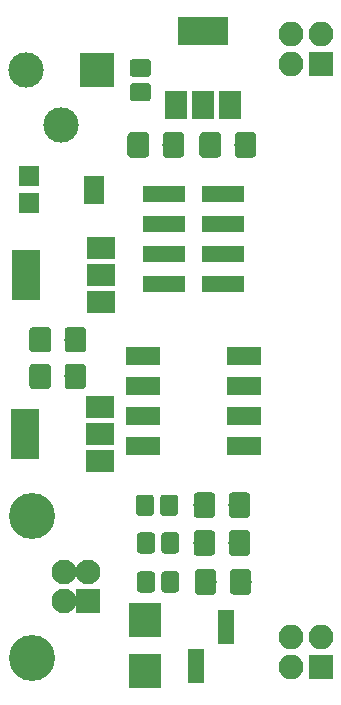
<source format=gts>
G04 #@! TF.GenerationSoftware,KiCad,Pcbnew,(5.1.4)-1*
G04 #@! TF.CreationDate,2021-06-12T17:19:05+05:30*
G04 #@! TF.ProjectId,Breadboard_Power_Supply,42726561-6462-46f6-9172-645f506f7765,1*
G04 #@! TF.SameCoordinates,Original*
G04 #@! TF.FileFunction,Soldermask,Top*
G04 #@! TF.FilePolarity,Negative*
%FSLAX46Y46*%
G04 Gerber Fmt 4.6, Leading zero omitted, Abs format (unit mm)*
G04 Created by KiCad (PCBNEW (5.1.4)-1) date 2021-06-12 17:19:05*
%MOMM*%
%LPD*%
G04 APERTURE LIST*
%ADD10R,2.700000X2.900000*%
%ADD11R,1.700000X1.700000*%
%ADD12R,1.700000X2.400000*%
%ADD13R,1.900000X2.400000*%
%ADD14R,4.200000X2.400000*%
%ADD15R,2.840000X1.520000*%
%ADD16C,0.100000*%
%ADD17C,1.550000*%
%ADD18R,3.550000X1.400000*%
%ADD19C,1.825000*%
%ADD20O,2.100000X2.100000*%
%ADD21R,2.100000X2.100000*%
%ADD22R,1.400000X2.910000*%
%ADD23C,2.100000*%
%ADD24C,3.900000*%
%ADD25C,3.000000*%
%ADD26R,3.000000X3.000000*%
%ADD27R,2.400000X1.900000*%
%ADD28R,2.400000X4.200000*%
G04 APERTURE END LIST*
D10*
X144550000Y-112350000D03*
X144550000Y-116650000D03*
D11*
X134750000Y-77050000D03*
D12*
X140250000Y-75900000D03*
D11*
X134750000Y-74750000D03*
D13*
X147200000Y-68750000D03*
X151800000Y-68750000D03*
X149500000Y-68750000D03*
D14*
X149500000Y-62450000D03*
D15*
X153005000Y-89990000D03*
X144395000Y-97610000D03*
X153005000Y-92530000D03*
X144395000Y-95070000D03*
X153005000Y-95070000D03*
X144395000Y-92530000D03*
X153005000Y-97610000D03*
X144395000Y-89990000D03*
D16*
G36*
X147196071Y-108201623D02*
G01*
X147228781Y-108206475D01*
X147260857Y-108214509D01*
X147291991Y-108225649D01*
X147321884Y-108239787D01*
X147350247Y-108256787D01*
X147376807Y-108276485D01*
X147401308Y-108298692D01*
X147423515Y-108323193D01*
X147443213Y-108349753D01*
X147460213Y-108378116D01*
X147474351Y-108408009D01*
X147485491Y-108439143D01*
X147493525Y-108471219D01*
X147498377Y-108503929D01*
X147500000Y-108536956D01*
X147500000Y-109663044D01*
X147498377Y-109696071D01*
X147493525Y-109728781D01*
X147485491Y-109760857D01*
X147474351Y-109791991D01*
X147460213Y-109821884D01*
X147443213Y-109850247D01*
X147423515Y-109876807D01*
X147401308Y-109901308D01*
X147376807Y-109923515D01*
X147350247Y-109943213D01*
X147321884Y-109960213D01*
X147291991Y-109974351D01*
X147260857Y-109985491D01*
X147228781Y-109993525D01*
X147196071Y-109998377D01*
X147163044Y-110000000D01*
X146286956Y-110000000D01*
X146253929Y-109998377D01*
X146221219Y-109993525D01*
X146189143Y-109985491D01*
X146158009Y-109974351D01*
X146128116Y-109960213D01*
X146099753Y-109943213D01*
X146073193Y-109923515D01*
X146048692Y-109901308D01*
X146026485Y-109876807D01*
X146006787Y-109850247D01*
X145989787Y-109821884D01*
X145975649Y-109791991D01*
X145964509Y-109760857D01*
X145956475Y-109728781D01*
X145951623Y-109696071D01*
X145950000Y-109663044D01*
X145950000Y-108536956D01*
X145951623Y-108503929D01*
X145956475Y-108471219D01*
X145964509Y-108439143D01*
X145975649Y-108408009D01*
X145989787Y-108378116D01*
X146006787Y-108349753D01*
X146026485Y-108323193D01*
X146048692Y-108298692D01*
X146073193Y-108276485D01*
X146099753Y-108256787D01*
X146128116Y-108239787D01*
X146158009Y-108225649D01*
X146189143Y-108214509D01*
X146221219Y-108206475D01*
X146253929Y-108201623D01*
X146286956Y-108200000D01*
X147163044Y-108200000D01*
X147196071Y-108201623D01*
X147196071Y-108201623D01*
G37*
D17*
X146725000Y-109100000D03*
D16*
G36*
X145146071Y-108201623D02*
G01*
X145178781Y-108206475D01*
X145210857Y-108214509D01*
X145241991Y-108225649D01*
X145271884Y-108239787D01*
X145300247Y-108256787D01*
X145326807Y-108276485D01*
X145351308Y-108298692D01*
X145373515Y-108323193D01*
X145393213Y-108349753D01*
X145410213Y-108378116D01*
X145424351Y-108408009D01*
X145435491Y-108439143D01*
X145443525Y-108471219D01*
X145448377Y-108503929D01*
X145450000Y-108536956D01*
X145450000Y-109663044D01*
X145448377Y-109696071D01*
X145443525Y-109728781D01*
X145435491Y-109760857D01*
X145424351Y-109791991D01*
X145410213Y-109821884D01*
X145393213Y-109850247D01*
X145373515Y-109876807D01*
X145351308Y-109901308D01*
X145326807Y-109923515D01*
X145300247Y-109943213D01*
X145271884Y-109960213D01*
X145241991Y-109974351D01*
X145210857Y-109985491D01*
X145178781Y-109993525D01*
X145146071Y-109998377D01*
X145113044Y-110000000D01*
X144236956Y-110000000D01*
X144203929Y-109998377D01*
X144171219Y-109993525D01*
X144139143Y-109985491D01*
X144108009Y-109974351D01*
X144078116Y-109960213D01*
X144049753Y-109943213D01*
X144023193Y-109923515D01*
X143998692Y-109901308D01*
X143976485Y-109876807D01*
X143956787Y-109850247D01*
X143939787Y-109821884D01*
X143925649Y-109791991D01*
X143914509Y-109760857D01*
X143906475Y-109728781D01*
X143901623Y-109696071D01*
X143900000Y-109663044D01*
X143900000Y-108536956D01*
X143901623Y-108503929D01*
X143906475Y-108471219D01*
X143914509Y-108439143D01*
X143925649Y-108408009D01*
X143939787Y-108378116D01*
X143956787Y-108349753D01*
X143976485Y-108323193D01*
X143998692Y-108298692D01*
X144023193Y-108276485D01*
X144049753Y-108256787D01*
X144078116Y-108239787D01*
X144108009Y-108225649D01*
X144139143Y-108214509D01*
X144171219Y-108206475D01*
X144203929Y-108201623D01*
X144236956Y-108200000D01*
X145113044Y-108200000D01*
X145146071Y-108201623D01*
X145146071Y-108201623D01*
G37*
D17*
X144675000Y-109100000D03*
D16*
G36*
X144796071Y-66851623D02*
G01*
X144828781Y-66856475D01*
X144860857Y-66864509D01*
X144891991Y-66875649D01*
X144921884Y-66889787D01*
X144950247Y-66906787D01*
X144976807Y-66926485D01*
X145001308Y-66948692D01*
X145023515Y-66973193D01*
X145043213Y-66999753D01*
X145060213Y-67028116D01*
X145074351Y-67058009D01*
X145085491Y-67089143D01*
X145093525Y-67121219D01*
X145098377Y-67153929D01*
X145100000Y-67186956D01*
X145100000Y-68063044D01*
X145098377Y-68096071D01*
X145093525Y-68128781D01*
X145085491Y-68160857D01*
X145074351Y-68191991D01*
X145060213Y-68221884D01*
X145043213Y-68250247D01*
X145023515Y-68276807D01*
X145001308Y-68301308D01*
X144976807Y-68323515D01*
X144950247Y-68343213D01*
X144921884Y-68360213D01*
X144891991Y-68374351D01*
X144860857Y-68385491D01*
X144828781Y-68393525D01*
X144796071Y-68398377D01*
X144763044Y-68400000D01*
X143636956Y-68400000D01*
X143603929Y-68398377D01*
X143571219Y-68393525D01*
X143539143Y-68385491D01*
X143508009Y-68374351D01*
X143478116Y-68360213D01*
X143449753Y-68343213D01*
X143423193Y-68323515D01*
X143398692Y-68301308D01*
X143376485Y-68276807D01*
X143356787Y-68250247D01*
X143339787Y-68221884D01*
X143325649Y-68191991D01*
X143314509Y-68160857D01*
X143306475Y-68128781D01*
X143301623Y-68096071D01*
X143300000Y-68063044D01*
X143300000Y-67186956D01*
X143301623Y-67153929D01*
X143306475Y-67121219D01*
X143314509Y-67089143D01*
X143325649Y-67058009D01*
X143339787Y-67028116D01*
X143356787Y-66999753D01*
X143376485Y-66973193D01*
X143398692Y-66948692D01*
X143423193Y-66926485D01*
X143449753Y-66906787D01*
X143478116Y-66889787D01*
X143508009Y-66875649D01*
X143539143Y-66864509D01*
X143571219Y-66856475D01*
X143603929Y-66851623D01*
X143636956Y-66850000D01*
X144763044Y-66850000D01*
X144796071Y-66851623D01*
X144796071Y-66851623D01*
G37*
D17*
X144200000Y-67625000D03*
D16*
G36*
X144796071Y-64801623D02*
G01*
X144828781Y-64806475D01*
X144860857Y-64814509D01*
X144891991Y-64825649D01*
X144921884Y-64839787D01*
X144950247Y-64856787D01*
X144976807Y-64876485D01*
X145001308Y-64898692D01*
X145023515Y-64923193D01*
X145043213Y-64949753D01*
X145060213Y-64978116D01*
X145074351Y-65008009D01*
X145085491Y-65039143D01*
X145093525Y-65071219D01*
X145098377Y-65103929D01*
X145100000Y-65136956D01*
X145100000Y-66013044D01*
X145098377Y-66046071D01*
X145093525Y-66078781D01*
X145085491Y-66110857D01*
X145074351Y-66141991D01*
X145060213Y-66171884D01*
X145043213Y-66200247D01*
X145023515Y-66226807D01*
X145001308Y-66251308D01*
X144976807Y-66273515D01*
X144950247Y-66293213D01*
X144921884Y-66310213D01*
X144891991Y-66324351D01*
X144860857Y-66335491D01*
X144828781Y-66343525D01*
X144796071Y-66348377D01*
X144763044Y-66350000D01*
X143636956Y-66350000D01*
X143603929Y-66348377D01*
X143571219Y-66343525D01*
X143539143Y-66335491D01*
X143508009Y-66324351D01*
X143478116Y-66310213D01*
X143449753Y-66293213D01*
X143423193Y-66273515D01*
X143398692Y-66251308D01*
X143376485Y-66226807D01*
X143356787Y-66200247D01*
X143339787Y-66171884D01*
X143325649Y-66141991D01*
X143314509Y-66110857D01*
X143306475Y-66078781D01*
X143301623Y-66046071D01*
X143300000Y-66013044D01*
X143300000Y-65136956D01*
X143301623Y-65103929D01*
X143306475Y-65071219D01*
X143314509Y-65039143D01*
X143325649Y-65008009D01*
X143339787Y-64978116D01*
X143356787Y-64949753D01*
X143376485Y-64923193D01*
X143398692Y-64898692D01*
X143423193Y-64876485D01*
X143449753Y-64856787D01*
X143478116Y-64839787D01*
X143508009Y-64825649D01*
X143539143Y-64814509D01*
X143571219Y-64806475D01*
X143603929Y-64801623D01*
X143636956Y-64800000D01*
X144763044Y-64800000D01*
X144796071Y-64801623D01*
X144796071Y-64801623D01*
G37*
D17*
X144200000Y-65575000D03*
D18*
X151225000Y-83910000D03*
X146175000Y-83910000D03*
X151225000Y-81370000D03*
X146175000Y-81370000D03*
X151225000Y-78830000D03*
X146175000Y-78830000D03*
X151225000Y-76290000D03*
X146175000Y-76290000D03*
D16*
G36*
X150336207Y-108026542D02*
G01*
X150367287Y-108031152D01*
X150397766Y-108038787D01*
X150427350Y-108049372D01*
X150455754Y-108062806D01*
X150482704Y-108078959D01*
X150507942Y-108097677D01*
X150531223Y-108118777D01*
X150552323Y-108142058D01*
X150571041Y-108167296D01*
X150587194Y-108194246D01*
X150600628Y-108222650D01*
X150611213Y-108252234D01*
X150618848Y-108282713D01*
X150623458Y-108313793D01*
X150625000Y-108345176D01*
X150625000Y-109854824D01*
X150623458Y-109886207D01*
X150618848Y-109917287D01*
X150611213Y-109947766D01*
X150600628Y-109977350D01*
X150587194Y-110005754D01*
X150571041Y-110032704D01*
X150552323Y-110057942D01*
X150531223Y-110081223D01*
X150507942Y-110102323D01*
X150482704Y-110121041D01*
X150455754Y-110137194D01*
X150427350Y-110150628D01*
X150397766Y-110161213D01*
X150367287Y-110168848D01*
X150336207Y-110173458D01*
X150304824Y-110175000D01*
X149120176Y-110175000D01*
X149088793Y-110173458D01*
X149057713Y-110168848D01*
X149027234Y-110161213D01*
X148997650Y-110150628D01*
X148969246Y-110137194D01*
X148942296Y-110121041D01*
X148917058Y-110102323D01*
X148893777Y-110081223D01*
X148872677Y-110057942D01*
X148853959Y-110032704D01*
X148837806Y-110005754D01*
X148824372Y-109977350D01*
X148813787Y-109947766D01*
X148806152Y-109917287D01*
X148801542Y-109886207D01*
X148800000Y-109854824D01*
X148800000Y-108345176D01*
X148801542Y-108313793D01*
X148806152Y-108282713D01*
X148813787Y-108252234D01*
X148824372Y-108222650D01*
X148837806Y-108194246D01*
X148853959Y-108167296D01*
X148872677Y-108142058D01*
X148893777Y-108118777D01*
X148917058Y-108097677D01*
X148942296Y-108078959D01*
X148969246Y-108062806D01*
X148997650Y-108049372D01*
X149027234Y-108038787D01*
X149057713Y-108031152D01*
X149088793Y-108026542D01*
X149120176Y-108025000D01*
X150304824Y-108025000D01*
X150336207Y-108026542D01*
X150336207Y-108026542D01*
G37*
D19*
X149712500Y-109100000D03*
D16*
G36*
X153311207Y-108026542D02*
G01*
X153342287Y-108031152D01*
X153372766Y-108038787D01*
X153402350Y-108049372D01*
X153430754Y-108062806D01*
X153457704Y-108078959D01*
X153482942Y-108097677D01*
X153506223Y-108118777D01*
X153527323Y-108142058D01*
X153546041Y-108167296D01*
X153562194Y-108194246D01*
X153575628Y-108222650D01*
X153586213Y-108252234D01*
X153593848Y-108282713D01*
X153598458Y-108313793D01*
X153600000Y-108345176D01*
X153600000Y-109854824D01*
X153598458Y-109886207D01*
X153593848Y-109917287D01*
X153586213Y-109947766D01*
X153575628Y-109977350D01*
X153562194Y-110005754D01*
X153546041Y-110032704D01*
X153527323Y-110057942D01*
X153506223Y-110081223D01*
X153482942Y-110102323D01*
X153457704Y-110121041D01*
X153430754Y-110137194D01*
X153402350Y-110150628D01*
X153372766Y-110161213D01*
X153342287Y-110168848D01*
X153311207Y-110173458D01*
X153279824Y-110175000D01*
X152095176Y-110175000D01*
X152063793Y-110173458D01*
X152032713Y-110168848D01*
X152002234Y-110161213D01*
X151972650Y-110150628D01*
X151944246Y-110137194D01*
X151917296Y-110121041D01*
X151892058Y-110102323D01*
X151868777Y-110081223D01*
X151847677Y-110057942D01*
X151828959Y-110032704D01*
X151812806Y-110005754D01*
X151799372Y-109977350D01*
X151788787Y-109947766D01*
X151781152Y-109917287D01*
X151776542Y-109886207D01*
X151775000Y-109854824D01*
X151775000Y-108345176D01*
X151776542Y-108313793D01*
X151781152Y-108282713D01*
X151788787Y-108252234D01*
X151799372Y-108222650D01*
X151812806Y-108194246D01*
X151828959Y-108167296D01*
X151847677Y-108142058D01*
X151868777Y-108118777D01*
X151892058Y-108097677D01*
X151917296Y-108078959D01*
X151944246Y-108062806D01*
X151972650Y-108049372D01*
X152002234Y-108038787D01*
X152032713Y-108031152D01*
X152063793Y-108026542D01*
X152095176Y-108025000D01*
X153279824Y-108025000D01*
X153311207Y-108026542D01*
X153311207Y-108026542D01*
G37*
D19*
X152687500Y-109100000D03*
D16*
G36*
X144636207Y-71026542D02*
G01*
X144667287Y-71031152D01*
X144697766Y-71038787D01*
X144727350Y-71049372D01*
X144755754Y-71062806D01*
X144782704Y-71078959D01*
X144807942Y-71097677D01*
X144831223Y-71118777D01*
X144852323Y-71142058D01*
X144871041Y-71167296D01*
X144887194Y-71194246D01*
X144900628Y-71222650D01*
X144911213Y-71252234D01*
X144918848Y-71282713D01*
X144923458Y-71313793D01*
X144925000Y-71345176D01*
X144925000Y-72854824D01*
X144923458Y-72886207D01*
X144918848Y-72917287D01*
X144911213Y-72947766D01*
X144900628Y-72977350D01*
X144887194Y-73005754D01*
X144871041Y-73032704D01*
X144852323Y-73057942D01*
X144831223Y-73081223D01*
X144807942Y-73102323D01*
X144782704Y-73121041D01*
X144755754Y-73137194D01*
X144727350Y-73150628D01*
X144697766Y-73161213D01*
X144667287Y-73168848D01*
X144636207Y-73173458D01*
X144604824Y-73175000D01*
X143420176Y-73175000D01*
X143388793Y-73173458D01*
X143357713Y-73168848D01*
X143327234Y-73161213D01*
X143297650Y-73150628D01*
X143269246Y-73137194D01*
X143242296Y-73121041D01*
X143217058Y-73102323D01*
X143193777Y-73081223D01*
X143172677Y-73057942D01*
X143153959Y-73032704D01*
X143137806Y-73005754D01*
X143124372Y-72977350D01*
X143113787Y-72947766D01*
X143106152Y-72917287D01*
X143101542Y-72886207D01*
X143100000Y-72854824D01*
X143100000Y-71345176D01*
X143101542Y-71313793D01*
X143106152Y-71282713D01*
X143113787Y-71252234D01*
X143124372Y-71222650D01*
X143137806Y-71194246D01*
X143153959Y-71167296D01*
X143172677Y-71142058D01*
X143193777Y-71118777D01*
X143217058Y-71097677D01*
X143242296Y-71078959D01*
X143269246Y-71062806D01*
X143297650Y-71049372D01*
X143327234Y-71038787D01*
X143357713Y-71031152D01*
X143388793Y-71026542D01*
X143420176Y-71025000D01*
X144604824Y-71025000D01*
X144636207Y-71026542D01*
X144636207Y-71026542D01*
G37*
D19*
X144012500Y-72100000D03*
D16*
G36*
X147611207Y-71026542D02*
G01*
X147642287Y-71031152D01*
X147672766Y-71038787D01*
X147702350Y-71049372D01*
X147730754Y-71062806D01*
X147757704Y-71078959D01*
X147782942Y-71097677D01*
X147806223Y-71118777D01*
X147827323Y-71142058D01*
X147846041Y-71167296D01*
X147862194Y-71194246D01*
X147875628Y-71222650D01*
X147886213Y-71252234D01*
X147893848Y-71282713D01*
X147898458Y-71313793D01*
X147900000Y-71345176D01*
X147900000Y-72854824D01*
X147898458Y-72886207D01*
X147893848Y-72917287D01*
X147886213Y-72947766D01*
X147875628Y-72977350D01*
X147862194Y-73005754D01*
X147846041Y-73032704D01*
X147827323Y-73057942D01*
X147806223Y-73081223D01*
X147782942Y-73102323D01*
X147757704Y-73121041D01*
X147730754Y-73137194D01*
X147702350Y-73150628D01*
X147672766Y-73161213D01*
X147642287Y-73168848D01*
X147611207Y-73173458D01*
X147579824Y-73175000D01*
X146395176Y-73175000D01*
X146363793Y-73173458D01*
X146332713Y-73168848D01*
X146302234Y-73161213D01*
X146272650Y-73150628D01*
X146244246Y-73137194D01*
X146217296Y-73121041D01*
X146192058Y-73102323D01*
X146168777Y-73081223D01*
X146147677Y-73057942D01*
X146128959Y-73032704D01*
X146112806Y-73005754D01*
X146099372Y-72977350D01*
X146088787Y-72947766D01*
X146081152Y-72917287D01*
X146076542Y-72886207D01*
X146075000Y-72854824D01*
X146075000Y-71345176D01*
X146076542Y-71313793D01*
X146081152Y-71282713D01*
X146088787Y-71252234D01*
X146099372Y-71222650D01*
X146112806Y-71194246D01*
X146128959Y-71167296D01*
X146147677Y-71142058D01*
X146168777Y-71118777D01*
X146192058Y-71097677D01*
X146217296Y-71078959D01*
X146244246Y-71062806D01*
X146272650Y-71049372D01*
X146302234Y-71038787D01*
X146332713Y-71031152D01*
X146363793Y-71026542D01*
X146395176Y-71025000D01*
X147579824Y-71025000D01*
X147611207Y-71026542D01*
X147611207Y-71026542D01*
G37*
D19*
X146987500Y-72100000D03*
D16*
G36*
X150736207Y-71026542D02*
G01*
X150767287Y-71031152D01*
X150797766Y-71038787D01*
X150827350Y-71049372D01*
X150855754Y-71062806D01*
X150882704Y-71078959D01*
X150907942Y-71097677D01*
X150931223Y-71118777D01*
X150952323Y-71142058D01*
X150971041Y-71167296D01*
X150987194Y-71194246D01*
X151000628Y-71222650D01*
X151011213Y-71252234D01*
X151018848Y-71282713D01*
X151023458Y-71313793D01*
X151025000Y-71345176D01*
X151025000Y-72854824D01*
X151023458Y-72886207D01*
X151018848Y-72917287D01*
X151011213Y-72947766D01*
X151000628Y-72977350D01*
X150987194Y-73005754D01*
X150971041Y-73032704D01*
X150952323Y-73057942D01*
X150931223Y-73081223D01*
X150907942Y-73102323D01*
X150882704Y-73121041D01*
X150855754Y-73137194D01*
X150827350Y-73150628D01*
X150797766Y-73161213D01*
X150767287Y-73168848D01*
X150736207Y-73173458D01*
X150704824Y-73175000D01*
X149520176Y-73175000D01*
X149488793Y-73173458D01*
X149457713Y-73168848D01*
X149427234Y-73161213D01*
X149397650Y-73150628D01*
X149369246Y-73137194D01*
X149342296Y-73121041D01*
X149317058Y-73102323D01*
X149293777Y-73081223D01*
X149272677Y-73057942D01*
X149253959Y-73032704D01*
X149237806Y-73005754D01*
X149224372Y-72977350D01*
X149213787Y-72947766D01*
X149206152Y-72917287D01*
X149201542Y-72886207D01*
X149200000Y-72854824D01*
X149200000Y-71345176D01*
X149201542Y-71313793D01*
X149206152Y-71282713D01*
X149213787Y-71252234D01*
X149224372Y-71222650D01*
X149237806Y-71194246D01*
X149253959Y-71167296D01*
X149272677Y-71142058D01*
X149293777Y-71118777D01*
X149317058Y-71097677D01*
X149342296Y-71078959D01*
X149369246Y-71062806D01*
X149397650Y-71049372D01*
X149427234Y-71038787D01*
X149457713Y-71031152D01*
X149488793Y-71026542D01*
X149520176Y-71025000D01*
X150704824Y-71025000D01*
X150736207Y-71026542D01*
X150736207Y-71026542D01*
G37*
D19*
X150112500Y-72100000D03*
D16*
G36*
X153711207Y-71026542D02*
G01*
X153742287Y-71031152D01*
X153772766Y-71038787D01*
X153802350Y-71049372D01*
X153830754Y-71062806D01*
X153857704Y-71078959D01*
X153882942Y-71097677D01*
X153906223Y-71118777D01*
X153927323Y-71142058D01*
X153946041Y-71167296D01*
X153962194Y-71194246D01*
X153975628Y-71222650D01*
X153986213Y-71252234D01*
X153993848Y-71282713D01*
X153998458Y-71313793D01*
X154000000Y-71345176D01*
X154000000Y-72854824D01*
X153998458Y-72886207D01*
X153993848Y-72917287D01*
X153986213Y-72947766D01*
X153975628Y-72977350D01*
X153962194Y-73005754D01*
X153946041Y-73032704D01*
X153927323Y-73057942D01*
X153906223Y-73081223D01*
X153882942Y-73102323D01*
X153857704Y-73121041D01*
X153830754Y-73137194D01*
X153802350Y-73150628D01*
X153772766Y-73161213D01*
X153742287Y-73168848D01*
X153711207Y-73173458D01*
X153679824Y-73175000D01*
X152495176Y-73175000D01*
X152463793Y-73173458D01*
X152432713Y-73168848D01*
X152402234Y-73161213D01*
X152372650Y-73150628D01*
X152344246Y-73137194D01*
X152317296Y-73121041D01*
X152292058Y-73102323D01*
X152268777Y-73081223D01*
X152247677Y-73057942D01*
X152228959Y-73032704D01*
X152212806Y-73005754D01*
X152199372Y-72977350D01*
X152188787Y-72947766D01*
X152181152Y-72917287D01*
X152176542Y-72886207D01*
X152175000Y-72854824D01*
X152175000Y-71345176D01*
X152176542Y-71313793D01*
X152181152Y-71282713D01*
X152188787Y-71252234D01*
X152199372Y-71222650D01*
X152212806Y-71194246D01*
X152228959Y-71167296D01*
X152247677Y-71142058D01*
X152268777Y-71118777D01*
X152292058Y-71097677D01*
X152317296Y-71078959D01*
X152344246Y-71062806D01*
X152372650Y-71049372D01*
X152402234Y-71038787D01*
X152432713Y-71031152D01*
X152463793Y-71026542D01*
X152495176Y-71025000D01*
X153679824Y-71025000D01*
X153711207Y-71026542D01*
X153711207Y-71026542D01*
G37*
D19*
X153087500Y-72100000D03*
D20*
X156960000Y-113760000D03*
X159500000Y-113760000D03*
X156960000Y-116300000D03*
D21*
X159500000Y-116300000D03*
D20*
X156960000Y-62710000D03*
X159500000Y-62710000D03*
X156960000Y-65250000D03*
D21*
X159500000Y-65250000D03*
D16*
G36*
X147196071Y-104901623D02*
G01*
X147228781Y-104906475D01*
X147260857Y-104914509D01*
X147291991Y-104925649D01*
X147321884Y-104939787D01*
X147350247Y-104956787D01*
X147376807Y-104976485D01*
X147401308Y-104998692D01*
X147423515Y-105023193D01*
X147443213Y-105049753D01*
X147460213Y-105078116D01*
X147474351Y-105108009D01*
X147485491Y-105139143D01*
X147493525Y-105171219D01*
X147498377Y-105203929D01*
X147500000Y-105236956D01*
X147500000Y-106363044D01*
X147498377Y-106396071D01*
X147493525Y-106428781D01*
X147485491Y-106460857D01*
X147474351Y-106491991D01*
X147460213Y-106521884D01*
X147443213Y-106550247D01*
X147423515Y-106576807D01*
X147401308Y-106601308D01*
X147376807Y-106623515D01*
X147350247Y-106643213D01*
X147321884Y-106660213D01*
X147291991Y-106674351D01*
X147260857Y-106685491D01*
X147228781Y-106693525D01*
X147196071Y-106698377D01*
X147163044Y-106700000D01*
X146286956Y-106700000D01*
X146253929Y-106698377D01*
X146221219Y-106693525D01*
X146189143Y-106685491D01*
X146158009Y-106674351D01*
X146128116Y-106660213D01*
X146099753Y-106643213D01*
X146073193Y-106623515D01*
X146048692Y-106601308D01*
X146026485Y-106576807D01*
X146006787Y-106550247D01*
X145989787Y-106521884D01*
X145975649Y-106491991D01*
X145964509Y-106460857D01*
X145956475Y-106428781D01*
X145951623Y-106396071D01*
X145950000Y-106363044D01*
X145950000Y-105236956D01*
X145951623Y-105203929D01*
X145956475Y-105171219D01*
X145964509Y-105139143D01*
X145975649Y-105108009D01*
X145989787Y-105078116D01*
X146006787Y-105049753D01*
X146026485Y-105023193D01*
X146048692Y-104998692D01*
X146073193Y-104976485D01*
X146099753Y-104956787D01*
X146128116Y-104939787D01*
X146158009Y-104925649D01*
X146189143Y-104914509D01*
X146221219Y-104906475D01*
X146253929Y-104901623D01*
X146286956Y-104900000D01*
X147163044Y-104900000D01*
X147196071Y-104901623D01*
X147196071Y-104901623D01*
G37*
D17*
X146725000Y-105800000D03*
D16*
G36*
X145146071Y-104901623D02*
G01*
X145178781Y-104906475D01*
X145210857Y-104914509D01*
X145241991Y-104925649D01*
X145271884Y-104939787D01*
X145300247Y-104956787D01*
X145326807Y-104976485D01*
X145351308Y-104998692D01*
X145373515Y-105023193D01*
X145393213Y-105049753D01*
X145410213Y-105078116D01*
X145424351Y-105108009D01*
X145435491Y-105139143D01*
X145443525Y-105171219D01*
X145448377Y-105203929D01*
X145450000Y-105236956D01*
X145450000Y-106363044D01*
X145448377Y-106396071D01*
X145443525Y-106428781D01*
X145435491Y-106460857D01*
X145424351Y-106491991D01*
X145410213Y-106521884D01*
X145393213Y-106550247D01*
X145373515Y-106576807D01*
X145351308Y-106601308D01*
X145326807Y-106623515D01*
X145300247Y-106643213D01*
X145271884Y-106660213D01*
X145241991Y-106674351D01*
X145210857Y-106685491D01*
X145178781Y-106693525D01*
X145146071Y-106698377D01*
X145113044Y-106700000D01*
X144236956Y-106700000D01*
X144203929Y-106698377D01*
X144171219Y-106693525D01*
X144139143Y-106685491D01*
X144108009Y-106674351D01*
X144078116Y-106660213D01*
X144049753Y-106643213D01*
X144023193Y-106623515D01*
X143998692Y-106601308D01*
X143976485Y-106576807D01*
X143956787Y-106550247D01*
X143939787Y-106521884D01*
X143925649Y-106491991D01*
X143914509Y-106460857D01*
X143906475Y-106428781D01*
X143901623Y-106396071D01*
X143900000Y-106363044D01*
X143900000Y-105236956D01*
X143901623Y-105203929D01*
X143906475Y-105171219D01*
X143914509Y-105139143D01*
X143925649Y-105108009D01*
X143939787Y-105078116D01*
X143956787Y-105049753D01*
X143976485Y-105023193D01*
X143998692Y-104998692D01*
X144023193Y-104976485D01*
X144049753Y-104956787D01*
X144078116Y-104939787D01*
X144108009Y-104925649D01*
X144139143Y-104914509D01*
X144171219Y-104906475D01*
X144203929Y-104901623D01*
X144236956Y-104900000D01*
X145113044Y-104900000D01*
X145146071Y-104901623D01*
X145146071Y-104901623D01*
G37*
D17*
X144675000Y-105800000D03*
D16*
G36*
X147096071Y-101701623D02*
G01*
X147128781Y-101706475D01*
X147160857Y-101714509D01*
X147191991Y-101725649D01*
X147221884Y-101739787D01*
X147250247Y-101756787D01*
X147276807Y-101776485D01*
X147301308Y-101798692D01*
X147323515Y-101823193D01*
X147343213Y-101849753D01*
X147360213Y-101878116D01*
X147374351Y-101908009D01*
X147385491Y-101939143D01*
X147393525Y-101971219D01*
X147398377Y-102003929D01*
X147400000Y-102036956D01*
X147400000Y-103163044D01*
X147398377Y-103196071D01*
X147393525Y-103228781D01*
X147385491Y-103260857D01*
X147374351Y-103291991D01*
X147360213Y-103321884D01*
X147343213Y-103350247D01*
X147323515Y-103376807D01*
X147301308Y-103401308D01*
X147276807Y-103423515D01*
X147250247Y-103443213D01*
X147221884Y-103460213D01*
X147191991Y-103474351D01*
X147160857Y-103485491D01*
X147128781Y-103493525D01*
X147096071Y-103498377D01*
X147063044Y-103500000D01*
X146186956Y-103500000D01*
X146153929Y-103498377D01*
X146121219Y-103493525D01*
X146089143Y-103485491D01*
X146058009Y-103474351D01*
X146028116Y-103460213D01*
X145999753Y-103443213D01*
X145973193Y-103423515D01*
X145948692Y-103401308D01*
X145926485Y-103376807D01*
X145906787Y-103350247D01*
X145889787Y-103321884D01*
X145875649Y-103291991D01*
X145864509Y-103260857D01*
X145856475Y-103228781D01*
X145851623Y-103196071D01*
X145850000Y-103163044D01*
X145850000Y-102036956D01*
X145851623Y-102003929D01*
X145856475Y-101971219D01*
X145864509Y-101939143D01*
X145875649Y-101908009D01*
X145889787Y-101878116D01*
X145906787Y-101849753D01*
X145926485Y-101823193D01*
X145948692Y-101798692D01*
X145973193Y-101776485D01*
X145999753Y-101756787D01*
X146028116Y-101739787D01*
X146058009Y-101725649D01*
X146089143Y-101714509D01*
X146121219Y-101706475D01*
X146153929Y-101701623D01*
X146186956Y-101700000D01*
X147063044Y-101700000D01*
X147096071Y-101701623D01*
X147096071Y-101701623D01*
G37*
D17*
X146625000Y-102600000D03*
D16*
G36*
X145046071Y-101701623D02*
G01*
X145078781Y-101706475D01*
X145110857Y-101714509D01*
X145141991Y-101725649D01*
X145171884Y-101739787D01*
X145200247Y-101756787D01*
X145226807Y-101776485D01*
X145251308Y-101798692D01*
X145273515Y-101823193D01*
X145293213Y-101849753D01*
X145310213Y-101878116D01*
X145324351Y-101908009D01*
X145335491Y-101939143D01*
X145343525Y-101971219D01*
X145348377Y-102003929D01*
X145350000Y-102036956D01*
X145350000Y-103163044D01*
X145348377Y-103196071D01*
X145343525Y-103228781D01*
X145335491Y-103260857D01*
X145324351Y-103291991D01*
X145310213Y-103321884D01*
X145293213Y-103350247D01*
X145273515Y-103376807D01*
X145251308Y-103401308D01*
X145226807Y-103423515D01*
X145200247Y-103443213D01*
X145171884Y-103460213D01*
X145141991Y-103474351D01*
X145110857Y-103485491D01*
X145078781Y-103493525D01*
X145046071Y-103498377D01*
X145013044Y-103500000D01*
X144136956Y-103500000D01*
X144103929Y-103498377D01*
X144071219Y-103493525D01*
X144039143Y-103485491D01*
X144008009Y-103474351D01*
X143978116Y-103460213D01*
X143949753Y-103443213D01*
X143923193Y-103423515D01*
X143898692Y-103401308D01*
X143876485Y-103376807D01*
X143856787Y-103350247D01*
X143839787Y-103321884D01*
X143825649Y-103291991D01*
X143814509Y-103260857D01*
X143806475Y-103228781D01*
X143801623Y-103196071D01*
X143800000Y-103163044D01*
X143800000Y-102036956D01*
X143801623Y-102003929D01*
X143806475Y-101971219D01*
X143814509Y-101939143D01*
X143825649Y-101908009D01*
X143839787Y-101878116D01*
X143856787Y-101849753D01*
X143876485Y-101823193D01*
X143898692Y-101798692D01*
X143923193Y-101776485D01*
X143949753Y-101756787D01*
X143978116Y-101739787D01*
X144008009Y-101725649D01*
X144039143Y-101714509D01*
X144071219Y-101706475D01*
X144103929Y-101701623D01*
X144136956Y-101700000D01*
X145013044Y-101700000D01*
X145046071Y-101701623D01*
X145046071Y-101701623D01*
G37*
D17*
X144575000Y-102600000D03*
D22*
X148930000Y-116255000D03*
X151470000Y-112945000D03*
D16*
G36*
X150236207Y-104726542D02*
G01*
X150267287Y-104731152D01*
X150297766Y-104738787D01*
X150327350Y-104749372D01*
X150355754Y-104762806D01*
X150382704Y-104778959D01*
X150407942Y-104797677D01*
X150431223Y-104818777D01*
X150452323Y-104842058D01*
X150471041Y-104867296D01*
X150487194Y-104894246D01*
X150500628Y-104922650D01*
X150511213Y-104952234D01*
X150518848Y-104982713D01*
X150523458Y-105013793D01*
X150525000Y-105045176D01*
X150525000Y-106554824D01*
X150523458Y-106586207D01*
X150518848Y-106617287D01*
X150511213Y-106647766D01*
X150500628Y-106677350D01*
X150487194Y-106705754D01*
X150471041Y-106732704D01*
X150452323Y-106757942D01*
X150431223Y-106781223D01*
X150407942Y-106802323D01*
X150382704Y-106821041D01*
X150355754Y-106837194D01*
X150327350Y-106850628D01*
X150297766Y-106861213D01*
X150267287Y-106868848D01*
X150236207Y-106873458D01*
X150204824Y-106875000D01*
X149020176Y-106875000D01*
X148988793Y-106873458D01*
X148957713Y-106868848D01*
X148927234Y-106861213D01*
X148897650Y-106850628D01*
X148869246Y-106837194D01*
X148842296Y-106821041D01*
X148817058Y-106802323D01*
X148793777Y-106781223D01*
X148772677Y-106757942D01*
X148753959Y-106732704D01*
X148737806Y-106705754D01*
X148724372Y-106677350D01*
X148713787Y-106647766D01*
X148706152Y-106617287D01*
X148701542Y-106586207D01*
X148700000Y-106554824D01*
X148700000Y-105045176D01*
X148701542Y-105013793D01*
X148706152Y-104982713D01*
X148713787Y-104952234D01*
X148724372Y-104922650D01*
X148737806Y-104894246D01*
X148753959Y-104867296D01*
X148772677Y-104842058D01*
X148793777Y-104818777D01*
X148817058Y-104797677D01*
X148842296Y-104778959D01*
X148869246Y-104762806D01*
X148897650Y-104749372D01*
X148927234Y-104738787D01*
X148957713Y-104731152D01*
X148988793Y-104726542D01*
X149020176Y-104725000D01*
X150204824Y-104725000D01*
X150236207Y-104726542D01*
X150236207Y-104726542D01*
G37*
D19*
X149612500Y-105800000D03*
D16*
G36*
X153211207Y-104726542D02*
G01*
X153242287Y-104731152D01*
X153272766Y-104738787D01*
X153302350Y-104749372D01*
X153330754Y-104762806D01*
X153357704Y-104778959D01*
X153382942Y-104797677D01*
X153406223Y-104818777D01*
X153427323Y-104842058D01*
X153446041Y-104867296D01*
X153462194Y-104894246D01*
X153475628Y-104922650D01*
X153486213Y-104952234D01*
X153493848Y-104982713D01*
X153498458Y-105013793D01*
X153500000Y-105045176D01*
X153500000Y-106554824D01*
X153498458Y-106586207D01*
X153493848Y-106617287D01*
X153486213Y-106647766D01*
X153475628Y-106677350D01*
X153462194Y-106705754D01*
X153446041Y-106732704D01*
X153427323Y-106757942D01*
X153406223Y-106781223D01*
X153382942Y-106802323D01*
X153357704Y-106821041D01*
X153330754Y-106837194D01*
X153302350Y-106850628D01*
X153272766Y-106861213D01*
X153242287Y-106868848D01*
X153211207Y-106873458D01*
X153179824Y-106875000D01*
X151995176Y-106875000D01*
X151963793Y-106873458D01*
X151932713Y-106868848D01*
X151902234Y-106861213D01*
X151872650Y-106850628D01*
X151844246Y-106837194D01*
X151817296Y-106821041D01*
X151792058Y-106802323D01*
X151768777Y-106781223D01*
X151747677Y-106757942D01*
X151728959Y-106732704D01*
X151712806Y-106705754D01*
X151699372Y-106677350D01*
X151688787Y-106647766D01*
X151681152Y-106617287D01*
X151676542Y-106586207D01*
X151675000Y-106554824D01*
X151675000Y-105045176D01*
X151676542Y-105013793D01*
X151681152Y-104982713D01*
X151688787Y-104952234D01*
X151699372Y-104922650D01*
X151712806Y-104894246D01*
X151728959Y-104867296D01*
X151747677Y-104842058D01*
X151768777Y-104818777D01*
X151792058Y-104797677D01*
X151817296Y-104778959D01*
X151844246Y-104762806D01*
X151872650Y-104749372D01*
X151902234Y-104738787D01*
X151932713Y-104731152D01*
X151963793Y-104726542D01*
X151995176Y-104725000D01*
X153179824Y-104725000D01*
X153211207Y-104726542D01*
X153211207Y-104726542D01*
G37*
D19*
X152587500Y-105800000D03*
D16*
G36*
X150236207Y-101526542D02*
G01*
X150267287Y-101531152D01*
X150297766Y-101538787D01*
X150327350Y-101549372D01*
X150355754Y-101562806D01*
X150382704Y-101578959D01*
X150407942Y-101597677D01*
X150431223Y-101618777D01*
X150452323Y-101642058D01*
X150471041Y-101667296D01*
X150487194Y-101694246D01*
X150500628Y-101722650D01*
X150511213Y-101752234D01*
X150518848Y-101782713D01*
X150523458Y-101813793D01*
X150525000Y-101845176D01*
X150525000Y-103354824D01*
X150523458Y-103386207D01*
X150518848Y-103417287D01*
X150511213Y-103447766D01*
X150500628Y-103477350D01*
X150487194Y-103505754D01*
X150471041Y-103532704D01*
X150452323Y-103557942D01*
X150431223Y-103581223D01*
X150407942Y-103602323D01*
X150382704Y-103621041D01*
X150355754Y-103637194D01*
X150327350Y-103650628D01*
X150297766Y-103661213D01*
X150267287Y-103668848D01*
X150236207Y-103673458D01*
X150204824Y-103675000D01*
X149020176Y-103675000D01*
X148988793Y-103673458D01*
X148957713Y-103668848D01*
X148927234Y-103661213D01*
X148897650Y-103650628D01*
X148869246Y-103637194D01*
X148842296Y-103621041D01*
X148817058Y-103602323D01*
X148793777Y-103581223D01*
X148772677Y-103557942D01*
X148753959Y-103532704D01*
X148737806Y-103505754D01*
X148724372Y-103477350D01*
X148713787Y-103447766D01*
X148706152Y-103417287D01*
X148701542Y-103386207D01*
X148700000Y-103354824D01*
X148700000Y-101845176D01*
X148701542Y-101813793D01*
X148706152Y-101782713D01*
X148713787Y-101752234D01*
X148724372Y-101722650D01*
X148737806Y-101694246D01*
X148753959Y-101667296D01*
X148772677Y-101642058D01*
X148793777Y-101618777D01*
X148817058Y-101597677D01*
X148842296Y-101578959D01*
X148869246Y-101562806D01*
X148897650Y-101549372D01*
X148927234Y-101538787D01*
X148957713Y-101531152D01*
X148988793Y-101526542D01*
X149020176Y-101525000D01*
X150204824Y-101525000D01*
X150236207Y-101526542D01*
X150236207Y-101526542D01*
G37*
D19*
X149612500Y-102600000D03*
D16*
G36*
X153211207Y-101526542D02*
G01*
X153242287Y-101531152D01*
X153272766Y-101538787D01*
X153302350Y-101549372D01*
X153330754Y-101562806D01*
X153357704Y-101578959D01*
X153382942Y-101597677D01*
X153406223Y-101618777D01*
X153427323Y-101642058D01*
X153446041Y-101667296D01*
X153462194Y-101694246D01*
X153475628Y-101722650D01*
X153486213Y-101752234D01*
X153493848Y-101782713D01*
X153498458Y-101813793D01*
X153500000Y-101845176D01*
X153500000Y-103354824D01*
X153498458Y-103386207D01*
X153493848Y-103417287D01*
X153486213Y-103447766D01*
X153475628Y-103477350D01*
X153462194Y-103505754D01*
X153446041Y-103532704D01*
X153427323Y-103557942D01*
X153406223Y-103581223D01*
X153382942Y-103602323D01*
X153357704Y-103621041D01*
X153330754Y-103637194D01*
X153302350Y-103650628D01*
X153272766Y-103661213D01*
X153242287Y-103668848D01*
X153211207Y-103673458D01*
X153179824Y-103675000D01*
X151995176Y-103675000D01*
X151963793Y-103673458D01*
X151932713Y-103668848D01*
X151902234Y-103661213D01*
X151872650Y-103650628D01*
X151844246Y-103637194D01*
X151817296Y-103621041D01*
X151792058Y-103602323D01*
X151768777Y-103581223D01*
X151747677Y-103557942D01*
X151728959Y-103532704D01*
X151712806Y-103505754D01*
X151699372Y-103477350D01*
X151688787Y-103447766D01*
X151681152Y-103417287D01*
X151676542Y-103386207D01*
X151675000Y-103354824D01*
X151675000Y-101845176D01*
X151676542Y-101813793D01*
X151681152Y-101782713D01*
X151688787Y-101752234D01*
X151699372Y-101722650D01*
X151712806Y-101694246D01*
X151728959Y-101667296D01*
X151747677Y-101642058D01*
X151768777Y-101618777D01*
X151792058Y-101597677D01*
X151817296Y-101578959D01*
X151844246Y-101562806D01*
X151872650Y-101549372D01*
X151902234Y-101538787D01*
X151932713Y-101531152D01*
X151963793Y-101526542D01*
X151995176Y-101525000D01*
X153179824Y-101525000D01*
X153211207Y-101526542D01*
X153211207Y-101526542D01*
G37*
D19*
X152587500Y-102600000D03*
D16*
G36*
X139311207Y-87526542D02*
G01*
X139342287Y-87531152D01*
X139372766Y-87538787D01*
X139402350Y-87549372D01*
X139430754Y-87562806D01*
X139457704Y-87578959D01*
X139482942Y-87597677D01*
X139506223Y-87618777D01*
X139527323Y-87642058D01*
X139546041Y-87667296D01*
X139562194Y-87694246D01*
X139575628Y-87722650D01*
X139586213Y-87752234D01*
X139593848Y-87782713D01*
X139598458Y-87813793D01*
X139600000Y-87845176D01*
X139600000Y-89354824D01*
X139598458Y-89386207D01*
X139593848Y-89417287D01*
X139586213Y-89447766D01*
X139575628Y-89477350D01*
X139562194Y-89505754D01*
X139546041Y-89532704D01*
X139527323Y-89557942D01*
X139506223Y-89581223D01*
X139482942Y-89602323D01*
X139457704Y-89621041D01*
X139430754Y-89637194D01*
X139402350Y-89650628D01*
X139372766Y-89661213D01*
X139342287Y-89668848D01*
X139311207Y-89673458D01*
X139279824Y-89675000D01*
X138095176Y-89675000D01*
X138063793Y-89673458D01*
X138032713Y-89668848D01*
X138002234Y-89661213D01*
X137972650Y-89650628D01*
X137944246Y-89637194D01*
X137917296Y-89621041D01*
X137892058Y-89602323D01*
X137868777Y-89581223D01*
X137847677Y-89557942D01*
X137828959Y-89532704D01*
X137812806Y-89505754D01*
X137799372Y-89477350D01*
X137788787Y-89447766D01*
X137781152Y-89417287D01*
X137776542Y-89386207D01*
X137775000Y-89354824D01*
X137775000Y-87845176D01*
X137776542Y-87813793D01*
X137781152Y-87782713D01*
X137788787Y-87752234D01*
X137799372Y-87722650D01*
X137812806Y-87694246D01*
X137828959Y-87667296D01*
X137847677Y-87642058D01*
X137868777Y-87618777D01*
X137892058Y-87597677D01*
X137917296Y-87578959D01*
X137944246Y-87562806D01*
X137972650Y-87549372D01*
X138002234Y-87538787D01*
X138032713Y-87531152D01*
X138063793Y-87526542D01*
X138095176Y-87525000D01*
X139279824Y-87525000D01*
X139311207Y-87526542D01*
X139311207Y-87526542D01*
G37*
D19*
X138687500Y-88600000D03*
D16*
G36*
X136336207Y-87526542D02*
G01*
X136367287Y-87531152D01*
X136397766Y-87538787D01*
X136427350Y-87549372D01*
X136455754Y-87562806D01*
X136482704Y-87578959D01*
X136507942Y-87597677D01*
X136531223Y-87618777D01*
X136552323Y-87642058D01*
X136571041Y-87667296D01*
X136587194Y-87694246D01*
X136600628Y-87722650D01*
X136611213Y-87752234D01*
X136618848Y-87782713D01*
X136623458Y-87813793D01*
X136625000Y-87845176D01*
X136625000Y-89354824D01*
X136623458Y-89386207D01*
X136618848Y-89417287D01*
X136611213Y-89447766D01*
X136600628Y-89477350D01*
X136587194Y-89505754D01*
X136571041Y-89532704D01*
X136552323Y-89557942D01*
X136531223Y-89581223D01*
X136507942Y-89602323D01*
X136482704Y-89621041D01*
X136455754Y-89637194D01*
X136427350Y-89650628D01*
X136397766Y-89661213D01*
X136367287Y-89668848D01*
X136336207Y-89673458D01*
X136304824Y-89675000D01*
X135120176Y-89675000D01*
X135088793Y-89673458D01*
X135057713Y-89668848D01*
X135027234Y-89661213D01*
X134997650Y-89650628D01*
X134969246Y-89637194D01*
X134942296Y-89621041D01*
X134917058Y-89602323D01*
X134893777Y-89581223D01*
X134872677Y-89557942D01*
X134853959Y-89532704D01*
X134837806Y-89505754D01*
X134824372Y-89477350D01*
X134813787Y-89447766D01*
X134806152Y-89417287D01*
X134801542Y-89386207D01*
X134800000Y-89354824D01*
X134800000Y-87845176D01*
X134801542Y-87813793D01*
X134806152Y-87782713D01*
X134813787Y-87752234D01*
X134824372Y-87722650D01*
X134837806Y-87694246D01*
X134853959Y-87667296D01*
X134872677Y-87642058D01*
X134893777Y-87618777D01*
X134917058Y-87597677D01*
X134942296Y-87578959D01*
X134969246Y-87562806D01*
X134997650Y-87549372D01*
X135027234Y-87538787D01*
X135057713Y-87531152D01*
X135088793Y-87526542D01*
X135120176Y-87525000D01*
X136304824Y-87525000D01*
X136336207Y-87526542D01*
X136336207Y-87526542D01*
G37*
D19*
X135712500Y-88600000D03*
D16*
G36*
X139311207Y-90626542D02*
G01*
X139342287Y-90631152D01*
X139372766Y-90638787D01*
X139402350Y-90649372D01*
X139430754Y-90662806D01*
X139457704Y-90678959D01*
X139482942Y-90697677D01*
X139506223Y-90718777D01*
X139527323Y-90742058D01*
X139546041Y-90767296D01*
X139562194Y-90794246D01*
X139575628Y-90822650D01*
X139586213Y-90852234D01*
X139593848Y-90882713D01*
X139598458Y-90913793D01*
X139600000Y-90945176D01*
X139600000Y-92454824D01*
X139598458Y-92486207D01*
X139593848Y-92517287D01*
X139586213Y-92547766D01*
X139575628Y-92577350D01*
X139562194Y-92605754D01*
X139546041Y-92632704D01*
X139527323Y-92657942D01*
X139506223Y-92681223D01*
X139482942Y-92702323D01*
X139457704Y-92721041D01*
X139430754Y-92737194D01*
X139402350Y-92750628D01*
X139372766Y-92761213D01*
X139342287Y-92768848D01*
X139311207Y-92773458D01*
X139279824Y-92775000D01*
X138095176Y-92775000D01*
X138063793Y-92773458D01*
X138032713Y-92768848D01*
X138002234Y-92761213D01*
X137972650Y-92750628D01*
X137944246Y-92737194D01*
X137917296Y-92721041D01*
X137892058Y-92702323D01*
X137868777Y-92681223D01*
X137847677Y-92657942D01*
X137828959Y-92632704D01*
X137812806Y-92605754D01*
X137799372Y-92577350D01*
X137788787Y-92547766D01*
X137781152Y-92517287D01*
X137776542Y-92486207D01*
X137775000Y-92454824D01*
X137775000Y-90945176D01*
X137776542Y-90913793D01*
X137781152Y-90882713D01*
X137788787Y-90852234D01*
X137799372Y-90822650D01*
X137812806Y-90794246D01*
X137828959Y-90767296D01*
X137847677Y-90742058D01*
X137868777Y-90718777D01*
X137892058Y-90697677D01*
X137917296Y-90678959D01*
X137944246Y-90662806D01*
X137972650Y-90649372D01*
X138002234Y-90638787D01*
X138032713Y-90631152D01*
X138063793Y-90626542D01*
X138095176Y-90625000D01*
X139279824Y-90625000D01*
X139311207Y-90626542D01*
X139311207Y-90626542D01*
G37*
D19*
X138687500Y-91700000D03*
D16*
G36*
X136336207Y-90626542D02*
G01*
X136367287Y-90631152D01*
X136397766Y-90638787D01*
X136427350Y-90649372D01*
X136455754Y-90662806D01*
X136482704Y-90678959D01*
X136507942Y-90697677D01*
X136531223Y-90718777D01*
X136552323Y-90742058D01*
X136571041Y-90767296D01*
X136587194Y-90794246D01*
X136600628Y-90822650D01*
X136611213Y-90852234D01*
X136618848Y-90882713D01*
X136623458Y-90913793D01*
X136625000Y-90945176D01*
X136625000Y-92454824D01*
X136623458Y-92486207D01*
X136618848Y-92517287D01*
X136611213Y-92547766D01*
X136600628Y-92577350D01*
X136587194Y-92605754D01*
X136571041Y-92632704D01*
X136552323Y-92657942D01*
X136531223Y-92681223D01*
X136507942Y-92702323D01*
X136482704Y-92721041D01*
X136455754Y-92737194D01*
X136427350Y-92750628D01*
X136397766Y-92761213D01*
X136367287Y-92768848D01*
X136336207Y-92773458D01*
X136304824Y-92775000D01*
X135120176Y-92775000D01*
X135088793Y-92773458D01*
X135057713Y-92768848D01*
X135027234Y-92761213D01*
X134997650Y-92750628D01*
X134969246Y-92737194D01*
X134942296Y-92721041D01*
X134917058Y-92702323D01*
X134893777Y-92681223D01*
X134872677Y-92657942D01*
X134853959Y-92632704D01*
X134837806Y-92605754D01*
X134824372Y-92577350D01*
X134813787Y-92547766D01*
X134806152Y-92517287D01*
X134801542Y-92486207D01*
X134800000Y-92454824D01*
X134800000Y-90945176D01*
X134801542Y-90913793D01*
X134806152Y-90882713D01*
X134813787Y-90852234D01*
X134824372Y-90822650D01*
X134837806Y-90794246D01*
X134853959Y-90767296D01*
X134872677Y-90742058D01*
X134893777Y-90718777D01*
X134917058Y-90697677D01*
X134942296Y-90678959D01*
X134969246Y-90662806D01*
X134997650Y-90649372D01*
X135027234Y-90638787D01*
X135057713Y-90631152D01*
X135088793Y-90626542D01*
X135120176Y-90625000D01*
X136304824Y-90625000D01*
X136336207Y-90626542D01*
X136336207Y-90626542D01*
G37*
D19*
X135712500Y-91700000D03*
D21*
X139750000Y-110750000D03*
D23*
X139750000Y-108250000D03*
X137750000Y-108250000D03*
X137750000Y-110750000D03*
D24*
X135040000Y-115520000D03*
X135040000Y-103480000D03*
D25*
X137500000Y-70450000D03*
X134500000Y-65750000D03*
D26*
X140500000Y-65750000D03*
D27*
X140850000Y-85400000D03*
X140850000Y-80800000D03*
X140850000Y-83100000D03*
D28*
X134550000Y-83100000D03*
D27*
X140750000Y-98900000D03*
X140750000Y-94300000D03*
X140750000Y-96600000D03*
D28*
X134450000Y-96600000D03*
M02*

</source>
